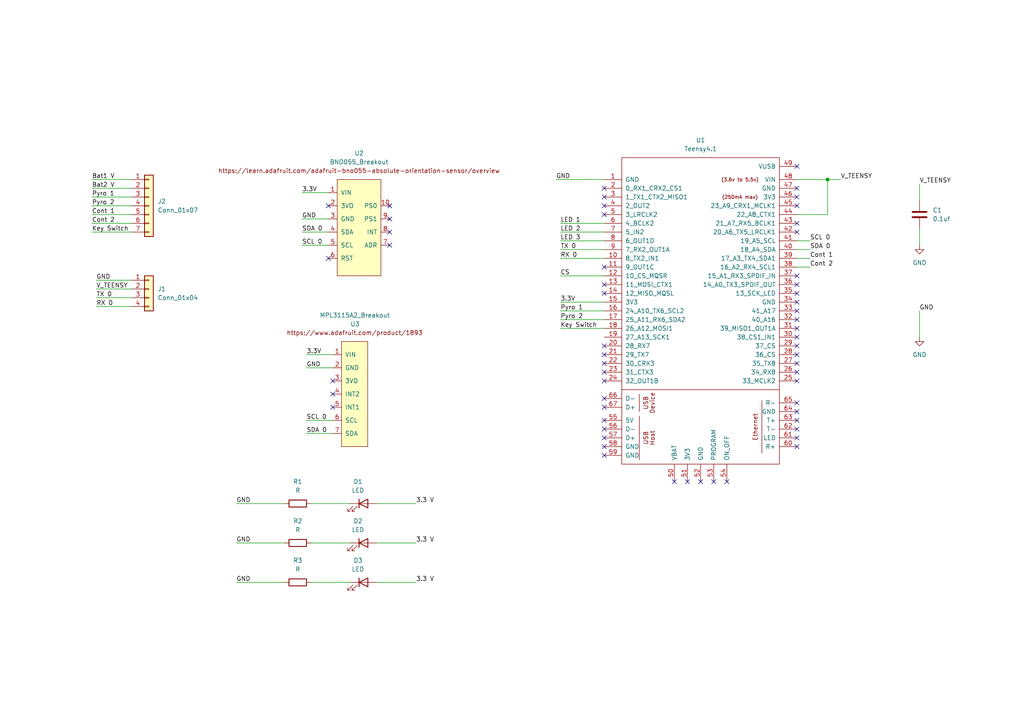
<source format=kicad_sch>
(kicad_sch (version 20211123) (generator eeschema)

  (uuid 7a48c3b0-2761-409e-ae2f-7ebae3820225)

  (paper "A4")

  (lib_symbols
    (symbol "Connector_Generic:Conn_01x04" (pin_names (offset 1.016) hide) (in_bom yes) (on_board yes)
      (property "Reference" "J" (id 0) (at 0 5.08 0)
        (effects (font (size 1.27 1.27)))
      )
      (property "Value" "Conn_01x04" (id 1) (at 0 -7.62 0)
        (effects (font (size 1.27 1.27)))
      )
      (property "Footprint" "" (id 2) (at 0 0 0)
        (effects (font (size 1.27 1.27)) hide)
      )
      (property "Datasheet" "~" (id 3) (at 0 0 0)
        (effects (font (size 1.27 1.27)) hide)
      )
      (property "ki_keywords" "connector" (id 4) (at 0 0 0)
        (effects (font (size 1.27 1.27)) hide)
      )
      (property "ki_description" "Generic connector, single row, 01x04, script generated (kicad-library-utils/schlib/autogen/connector/)" (id 5) (at 0 0 0)
        (effects (font (size 1.27 1.27)) hide)
      )
      (property "ki_fp_filters" "Connector*:*_1x??_*" (id 6) (at 0 0 0)
        (effects (font (size 1.27 1.27)) hide)
      )
      (symbol "Conn_01x04_1_1"
        (rectangle (start -1.27 -4.953) (end 0 -5.207)
          (stroke (width 0.1524) (type default) (color 0 0 0 0))
          (fill (type none))
        )
        (rectangle (start -1.27 -2.413) (end 0 -2.667)
          (stroke (width 0.1524) (type default) (color 0 0 0 0))
          (fill (type none))
        )
        (rectangle (start -1.27 0.127) (end 0 -0.127)
          (stroke (width 0.1524) (type default) (color 0 0 0 0))
          (fill (type none))
        )
        (rectangle (start -1.27 2.667) (end 0 2.413)
          (stroke (width 0.1524) (type default) (color 0 0 0 0))
          (fill (type none))
        )
        (rectangle (start -1.27 3.81) (end 1.27 -6.35)
          (stroke (width 0.254) (type default) (color 0 0 0 0))
          (fill (type background))
        )
        (pin passive line (at -5.08 2.54 0) (length 3.81)
          (name "Pin_1" (effects (font (size 1.27 1.27))))
          (number "1" (effects (font (size 1.27 1.27))))
        )
        (pin passive line (at -5.08 0 0) (length 3.81)
          (name "Pin_2" (effects (font (size 1.27 1.27))))
          (number "2" (effects (font (size 1.27 1.27))))
        )
        (pin passive line (at -5.08 -2.54 0) (length 3.81)
          (name "Pin_3" (effects (font (size 1.27 1.27))))
          (number "3" (effects (font (size 1.27 1.27))))
        )
        (pin passive line (at -5.08 -5.08 0) (length 3.81)
          (name "Pin_4" (effects (font (size 1.27 1.27))))
          (number "4" (effects (font (size 1.27 1.27))))
        )
      )
    )
    (symbol "Connector_Generic:Conn_01x07" (pin_names (offset 1.016) hide) (in_bom yes) (on_board yes)
      (property "Reference" "J" (id 0) (at 0 10.16 0)
        (effects (font (size 1.27 1.27)))
      )
      (property "Value" "Conn_01x07" (id 1) (at 0 -10.16 0)
        (effects (font (size 1.27 1.27)))
      )
      (property "Footprint" "" (id 2) (at 0 0 0)
        (effects (font (size 1.27 1.27)) hide)
      )
      (property "Datasheet" "~" (id 3) (at 0 0 0)
        (effects (font (size 1.27 1.27)) hide)
      )
      (property "ki_keywords" "connector" (id 4) (at 0 0 0)
        (effects (font (size 1.27 1.27)) hide)
      )
      (property "ki_description" "Generic connector, single row, 01x07, script generated (kicad-library-utils/schlib/autogen/connector/)" (id 5) (at 0 0 0)
        (effects (font (size 1.27 1.27)) hide)
      )
      (property "ki_fp_filters" "Connector*:*_1x??_*" (id 6) (at 0 0 0)
        (effects (font (size 1.27 1.27)) hide)
      )
      (symbol "Conn_01x07_1_1"
        (rectangle (start -1.27 -7.493) (end 0 -7.747)
          (stroke (width 0.1524) (type default) (color 0 0 0 0))
          (fill (type none))
        )
        (rectangle (start -1.27 -4.953) (end 0 -5.207)
          (stroke (width 0.1524) (type default) (color 0 0 0 0))
          (fill (type none))
        )
        (rectangle (start -1.27 -2.413) (end 0 -2.667)
          (stroke (width 0.1524) (type default) (color 0 0 0 0))
          (fill (type none))
        )
        (rectangle (start -1.27 0.127) (end 0 -0.127)
          (stroke (width 0.1524) (type default) (color 0 0 0 0))
          (fill (type none))
        )
        (rectangle (start -1.27 2.667) (end 0 2.413)
          (stroke (width 0.1524) (type default) (color 0 0 0 0))
          (fill (type none))
        )
        (rectangle (start -1.27 5.207) (end 0 4.953)
          (stroke (width 0.1524) (type default) (color 0 0 0 0))
          (fill (type none))
        )
        (rectangle (start -1.27 7.747) (end 0 7.493)
          (stroke (width 0.1524) (type default) (color 0 0 0 0))
          (fill (type none))
        )
        (rectangle (start -1.27 8.89) (end 1.27 -8.89)
          (stroke (width 0.254) (type default) (color 0 0 0 0))
          (fill (type background))
        )
        (pin passive line (at -5.08 7.62 0) (length 3.81)
          (name "Pin_1" (effects (font (size 1.27 1.27))))
          (number "1" (effects (font (size 1.27 1.27))))
        )
        (pin passive line (at -5.08 5.08 0) (length 3.81)
          (name "Pin_2" (effects (font (size 1.27 1.27))))
          (number "2" (effects (font (size 1.27 1.27))))
        )
        (pin passive line (at -5.08 2.54 0) (length 3.81)
          (name "Pin_3" (effects (font (size 1.27 1.27))))
          (number "3" (effects (font (size 1.27 1.27))))
        )
        (pin passive line (at -5.08 0 0) (length 3.81)
          (name "Pin_4" (effects (font (size 1.27 1.27))))
          (number "4" (effects (font (size 1.27 1.27))))
        )
        (pin passive line (at -5.08 -2.54 0) (length 3.81)
          (name "Pin_5" (effects (font (size 1.27 1.27))))
          (number "5" (effects (font (size 1.27 1.27))))
        )
        (pin passive line (at -5.08 -5.08 0) (length 3.81)
          (name "Pin_6" (effects (font (size 1.27 1.27))))
          (number "6" (effects (font (size 1.27 1.27))))
        )
        (pin passive line (at -5.08 -7.62 0) (length 3.81)
          (name "Pin_7" (effects (font (size 1.27 1.27))))
          (number "7" (effects (font (size 1.27 1.27))))
        )
      )
    )
    (symbol "Device:C" (pin_numbers hide) (pin_names (offset 0.254)) (in_bom yes) (on_board yes)
      (property "Reference" "C" (id 0) (at 0.635 2.54 0)
        (effects (font (size 1.27 1.27)) (justify left))
      )
      (property "Value" "C" (id 1) (at 0.635 -2.54 0)
        (effects (font (size 1.27 1.27)) (justify left))
      )
      (property "Footprint" "" (id 2) (at 0.9652 -3.81 0)
        (effects (font (size 1.27 1.27)) hide)
      )
      (property "Datasheet" "~" (id 3) (at 0 0 0)
        (effects (font (size 1.27 1.27)) hide)
      )
      (property "ki_keywords" "cap capacitor" (id 4) (at 0 0 0)
        (effects (font (size 1.27 1.27)) hide)
      )
      (property "ki_description" "Unpolarized capacitor" (id 5) (at 0 0 0)
        (effects (font (size 1.27 1.27)) hide)
      )
      (property "ki_fp_filters" "C_*" (id 6) (at 0 0 0)
        (effects (font (size 1.27 1.27)) hide)
      )
      (symbol "C_0_1"
        (polyline
          (pts
            (xy -2.032 -0.762)
            (xy 2.032 -0.762)
          )
          (stroke (width 0.508) (type default) (color 0 0 0 0))
          (fill (type none))
        )
        (polyline
          (pts
            (xy -2.032 0.762)
            (xy 2.032 0.762)
          )
          (stroke (width 0.508) (type default) (color 0 0 0 0))
          (fill (type none))
        )
      )
      (symbol "C_1_1"
        (pin passive line (at 0 3.81 270) (length 2.794)
          (name "~" (effects (font (size 1.27 1.27))))
          (number "1" (effects (font (size 1.27 1.27))))
        )
        (pin passive line (at 0 -3.81 90) (length 2.794)
          (name "~" (effects (font (size 1.27 1.27))))
          (number "2" (effects (font (size 1.27 1.27))))
        )
      )
    )
    (symbol "Device:LED" (pin_numbers hide) (pin_names (offset 1.016) hide) (in_bom yes) (on_board yes)
      (property "Reference" "D" (id 0) (at 0 2.54 0)
        (effects (font (size 1.27 1.27)))
      )
      (property "Value" "LED" (id 1) (at 0 -2.54 0)
        (effects (font (size 1.27 1.27)))
      )
      (property "Footprint" "" (id 2) (at 0 0 0)
        (effects (font (size 1.27 1.27)) hide)
      )
      (property "Datasheet" "~" (id 3) (at 0 0 0)
        (effects (font (size 1.27 1.27)) hide)
      )
      (property "ki_keywords" "LED diode" (id 4) (at 0 0 0)
        (effects (font (size 1.27 1.27)) hide)
      )
      (property "ki_description" "Light emitting diode" (id 5) (at 0 0 0)
        (effects (font (size 1.27 1.27)) hide)
      )
      (property "ki_fp_filters" "LED* LED_SMD:* LED_THT:*" (id 6) (at 0 0 0)
        (effects (font (size 1.27 1.27)) hide)
      )
      (symbol "LED_0_1"
        (polyline
          (pts
            (xy -1.27 -1.27)
            (xy -1.27 1.27)
          )
          (stroke (width 0.254) (type default) (color 0 0 0 0))
          (fill (type none))
        )
        (polyline
          (pts
            (xy -1.27 0)
            (xy 1.27 0)
          )
          (stroke (width 0) (type default) (color 0 0 0 0))
          (fill (type none))
        )
        (polyline
          (pts
            (xy 1.27 -1.27)
            (xy 1.27 1.27)
            (xy -1.27 0)
            (xy 1.27 -1.27)
          )
          (stroke (width 0.254) (type default) (color 0 0 0 0))
          (fill (type none))
        )
        (polyline
          (pts
            (xy -3.048 -0.762)
            (xy -4.572 -2.286)
            (xy -3.81 -2.286)
            (xy -4.572 -2.286)
            (xy -4.572 -1.524)
          )
          (stroke (width 0) (type default) (color 0 0 0 0))
          (fill (type none))
        )
        (polyline
          (pts
            (xy -1.778 -0.762)
            (xy -3.302 -2.286)
            (xy -2.54 -2.286)
            (xy -3.302 -2.286)
            (xy -3.302 -1.524)
          )
          (stroke (width 0) (type default) (color 0 0 0 0))
          (fill (type none))
        )
      )
      (symbol "LED_1_1"
        (pin passive line (at -3.81 0 0) (length 2.54)
          (name "K" (effects (font (size 1.27 1.27))))
          (number "1" (effects (font (size 1.27 1.27))))
        )
        (pin passive line (at 3.81 0 180) (length 2.54)
          (name "A" (effects (font (size 1.27 1.27))))
          (number "2" (effects (font (size 1.27 1.27))))
        )
      )
    )
    (symbol "Device:R" (pin_numbers hide) (pin_names (offset 0)) (in_bom yes) (on_board yes)
      (property "Reference" "R" (id 0) (at 2.032 0 90)
        (effects (font (size 1.27 1.27)))
      )
      (property "Value" "R" (id 1) (at 0 0 90)
        (effects (font (size 1.27 1.27)))
      )
      (property "Footprint" "" (id 2) (at -1.778 0 90)
        (effects (font (size 1.27 1.27)) hide)
      )
      (property "Datasheet" "~" (id 3) (at 0 0 0)
        (effects (font (size 1.27 1.27)) hide)
      )
      (property "ki_keywords" "R res resistor" (id 4) (at 0 0 0)
        (effects (font (size 1.27 1.27)) hide)
      )
      (property "ki_description" "Resistor" (id 5) (at 0 0 0)
        (effects (font (size 1.27 1.27)) hide)
      )
      (property "ki_fp_filters" "R_*" (id 6) (at 0 0 0)
        (effects (font (size 1.27 1.27)) hide)
      )
      (symbol "R_0_1"
        (rectangle (start -1.016 -2.54) (end 1.016 2.54)
          (stroke (width 0.254) (type default) (color 0 0 0 0))
          (fill (type none))
        )
      )
      (symbol "R_1_1"
        (pin passive line (at 0 3.81 270) (length 1.27)
          (name "~" (effects (font (size 1.27 1.27))))
          (number "1" (effects (font (size 1.27 1.27))))
        )
        (pin passive line (at 0 -3.81 90) (length 1.27)
          (name "~" (effects (font (size 1.27 1.27))))
          (number "2" (effects (font (size 1.27 1.27))))
        )
      )
    )
    (symbol "REV2_SPRING_2022-rescue:BNO055_Breakout-Sensors_2021_2022" (pin_names (offset 1.016)) (in_bom yes) (on_board yes)
      (property "Reference" "U" (id 0) (at 0 17.78 0)
        (effects (font (size 1.27 1.27)))
      )
      (property "Value" "BNO055_Breakout-Sensors_2021_2022" (id 1) (at 0 20.32 0)
        (effects (font (size 1.27 1.27)))
      )
      (property "Footprint" "" (id 2) (at 0 17.78 0)
        (effects (font (size 1.27 1.27)) hide)
      )
      (property "Datasheet" "" (id 3) (at 0 17.78 0)
        (effects (font (size 1.27 1.27)) hide)
      )
      (symbol "BNO055_Breakout-Sensors_2021_2022_0_0"
        (text "https://learn.adafruit.com/adafruit-bno055-absolute-orientation-sensor/overview" (at 0 15.24 0)
          (effects (font (size 1.27 1.27)))
        )
      )
      (symbol "BNO055_Breakout-Sensors_2021_2022_1_1"
        (rectangle (start -6.35 12.7) (end 6.35 -15.24)
          (stroke (width 0) (type default) (color 0 0 0 0))
          (fill (type background))
        )
        (pin power_in line (at -8.89 8.89 0) (length 2.54)
          (name "VIN" (effects (font (size 1.27 1.27))))
          (number "1" (effects (font (size 1.27 1.27))))
        )
        (pin no_connect line (at 8.89 5.08 180) (length 2.54)
          (name "PS0" (effects (font (size 1.27 1.27))))
          (number "10" (effects (font (size 1.27 1.27))))
        )
        (pin power_out line (at -8.89 5.08 0) (length 2.54)
          (name "3VO" (effects (font (size 1.27 1.27))))
          (number "2" (effects (font (size 1.27 1.27))))
        )
        (pin power_in line (at -8.89 1.27 0) (length 2.54)
          (name "GND" (effects (font (size 1.27 1.27))))
          (number "3" (effects (font (size 1.27 1.27))))
        )
        (pin input line (at -8.89 -2.54 0) (length 2.54)
          (name "SDA" (effects (font (size 1.27 1.27))))
          (number "4" (effects (font (size 1.27 1.27))))
        )
        (pin input line (at -8.89 -6.35 0) (length 2.54)
          (name "SCL" (effects (font (size 1.27 1.27))))
          (number "5" (effects (font (size 1.27 1.27))))
        )
        (pin bidirectional line (at -8.89 -10.16 0) (length 2.54)
          (name "RST" (effects (font (size 1.27 1.27))))
          (number "6" (effects (font (size 1.27 1.27))))
        )
        (pin bidirectional line (at 8.89 -6.35 180) (length 2.54)
          (name "ADR" (effects (font (size 1.27 1.27))))
          (number "7" (effects (font (size 1.27 1.27))))
        )
        (pin output line (at 8.89 -2.54 180) (length 2.54)
          (name "INT" (effects (font (size 1.27 1.27))))
          (number "8" (effects (font (size 1.27 1.27))))
        )
        (pin no_connect line (at 8.89 1.27 180) (length 2.54)
          (name "PS1" (effects (font (size 1.27 1.27))))
          (number "9" (effects (font (size 1.27 1.27))))
        )
      )
    )
    (symbol "REV2_SPRING_2022-rescue:MPL3115A2_Breakout-Sensors_2021_2022" (pin_names (offset 1.016)) (in_bom yes) (on_board yes)
      (property "Reference" "U" (id 0) (at 0 20.32 0)
        (effects (font (size 1.27 1.27)))
      )
      (property "Value" "MPL3115A2_Breakout-Sensors_2021_2022" (id 1) (at 0 22.86 0)
        (effects (font (size 1.27 1.27)))
      )
      (property "Footprint" "" (id 2) (at 0 11.43 0)
        (effects (font (size 1.27 1.27)) hide)
      )
      (property "Datasheet" "" (id 3) (at 0 11.43 0)
        (effects (font (size 1.27 1.27)) hide)
      )
      (symbol "MPL3115A2_Breakout-Sensors_2021_2022_0_0"
        (text "https://www.adafruit.com/product/1893" (at 0 17.78 0)
          (effects (font (size 1.27 1.27)))
        )
      )
      (symbol "MPL3115A2_Breakout-Sensors_2021_2022_0_1"
        (rectangle (start -3.81 15.24) (end 3.81 -15.24)
          (stroke (width 0) (type default) (color 0 0 0 0))
          (fill (type background))
        )
      )
      (symbol "MPL3115A2_Breakout-Sensors_2021_2022_1_1"
        (pin power_in line (at -6.35 11.43 0) (length 2.54)
          (name "VIN" (effects (font (size 1.27 1.27))))
          (number "1" (effects (font (size 1.27 1.27))))
        )
        (pin power_in line (at -6.35 7.62 0) (length 2.54)
          (name "GND" (effects (font (size 1.27 1.27))))
          (number "2" (effects (font (size 1.27 1.27))))
        )
        (pin power_in line (at -6.35 3.81 0) (length 2.54)
          (name "3VO" (effects (font (size 1.27 1.27))))
          (number "3" (effects (font (size 1.27 1.27))))
        )
        (pin output line (at -6.35 0 0) (length 2.54)
          (name "INT2" (effects (font (size 1.27 1.27))))
          (number "4" (effects (font (size 1.27 1.27))))
        )
        (pin output line (at -6.35 -3.81 0) (length 2.54)
          (name "INT1" (effects (font (size 1.27 1.27))))
          (number "5" (effects (font (size 1.27 1.27))))
        )
        (pin input line (at -6.35 -7.62 0) (length 2.54)
          (name "SCL" (effects (font (size 1.27 1.27))))
          (number "6" (effects (font (size 1.27 1.27))))
        )
        (pin bidirectional line (at -6.35 -11.43 0) (length 2.54)
          (name "SDA" (effects (font (size 1.27 1.27))))
          (number "7" (effects (font (size 1.27 1.27))))
        )
      )
    )
    (symbol "Teensy:Teensy4.1" (pin_names (offset 1.016)) (in_bom yes) (on_board yes)
      (property "Reference" "U" (id 0) (at 0 64.77 0)
        (effects (font (size 1.27 1.27)))
      )
      (property "Value" "Teensy4.1" (id 1) (at 0 62.23 0)
        (effects (font (size 1.27 1.27)))
      )
      (property "Footprint" "" (id 2) (at -10.16 10.16 0)
        (effects (font (size 1.27 1.27)) hide)
      )
      (property "Datasheet" "" (id 3) (at -10.16 10.16 0)
        (effects (font (size 1.27 1.27)) hide)
      )
      (symbol "Teensy4.1_0_0"
        (polyline
          (pts
            (xy -22.86 -6.35)
            (xy 22.86 -6.35)
          )
          (stroke (width 0) (type default) (color 0 0 0 0))
          (fill (type none))
        )
        (polyline
          (pts
            (xy -17.78 -26.67)
            (xy -17.78 -13.97)
          )
          (stroke (width 0) (type default) (color 0 0 0 0))
          (fill (type none))
        )
        (polyline
          (pts
            (xy -17.78 -7.62)
            (xy -17.78 -12.7)
          )
          (stroke (width 0) (type default) (color 0 0 0 0))
          (fill (type none))
        )
        (polyline
          (pts
            (xy 17.78 -9.525)
            (xy 17.78 -24.765)
          )
          (stroke (width 0) (type default) (color 0 0 0 0))
          (fill (type none))
        )
        (text "(250mA max)" (at 11.43 49.53 0)
          (effects (font (size 1.016 1.016)))
        )
        (text "(3.6v to 5.5v)" (at 11.43 54.61 0)
          (effects (font (size 1.016 1.016)))
        )
        (text "Device" (at -13.97 -10.16 900)
          (effects (font (size 1.27 1.27)))
        )
        (text "Ethernet" (at 15.875 -17.145 900)
          (effects (font (size 1.27 1.27)))
        )
        (text "Host" (at -13.97 -20.32 900)
          (effects (font (size 1.27 1.27)))
        )
        (text "USB" (at -15.875 -20.32 900)
          (effects (font (size 1.27 1.27)))
        )
        (text "USB" (at -15.875 -10.16 900)
          (effects (font (size 1.27 1.27)))
        )
        (pin bidirectional line (at -27.94 31.75 0) (length 5.08)
          (name "8_TX2_IN1" (effects (font (size 1.27 1.27))))
          (number "10" (effects (font (size 1.27 1.27))))
        )
        (pin bidirectional line (at -27.94 29.21 0) (length 5.08)
          (name "9_OUT1C" (effects (font (size 1.27 1.27))))
          (number "11" (effects (font (size 1.27 1.27))))
        )
        (pin bidirectional line (at -27.94 26.67 0) (length 5.08)
          (name "10_CS_MQSR" (effects (font (size 1.27 1.27))))
          (number "12" (effects (font (size 1.27 1.27))))
        )
        (pin bidirectional line (at -27.94 24.13 0) (length 5.08)
          (name "11_MOSI_CTX1" (effects (font (size 1.27 1.27))))
          (number "13" (effects (font (size 1.27 1.27))))
        )
        (pin bidirectional line (at -27.94 21.59 0) (length 5.08)
          (name "12_MISO_MQSL" (effects (font (size 1.27 1.27))))
          (number "14" (effects (font (size 1.27 1.27))))
        )
        (pin power_in line (at -27.94 19.05 0) (length 5.08)
          (name "3V3" (effects (font (size 1.27 1.27))))
          (number "15" (effects (font (size 1.27 1.27))))
        )
        (pin bidirectional line (at -27.94 16.51 0) (length 5.08)
          (name "24_A10_TX6_SCL2" (effects (font (size 1.27 1.27))))
          (number "16" (effects (font (size 1.27 1.27))))
        )
        (pin bidirectional line (at -27.94 13.97 0) (length 5.08)
          (name "25_A11_RX6_SDA2" (effects (font (size 1.27 1.27))))
          (number "17" (effects (font (size 1.27 1.27))))
        )
        (pin bidirectional line (at -27.94 11.43 0) (length 5.08)
          (name "26_A12_MOSI1" (effects (font (size 1.27 1.27))))
          (number "18" (effects (font (size 1.27 1.27))))
        )
        (pin bidirectional line (at -27.94 8.89 0) (length 5.08)
          (name "27_A13_SCK1" (effects (font (size 1.27 1.27))))
          (number "19" (effects (font (size 1.27 1.27))))
        )
        (pin bidirectional line (at -27.94 6.35 0) (length 5.08)
          (name "28_RX7" (effects (font (size 1.27 1.27))))
          (number "20" (effects (font (size 1.27 1.27))))
        )
        (pin bidirectional line (at -27.94 3.81 0) (length 5.08)
          (name "29_TX7" (effects (font (size 1.27 1.27))))
          (number "21" (effects (font (size 1.27 1.27))))
        )
        (pin bidirectional line (at -27.94 1.27 0) (length 5.08)
          (name "30_CRX3" (effects (font (size 1.27 1.27))))
          (number "22" (effects (font (size 1.27 1.27))))
        )
        (pin bidirectional line (at -27.94 -1.27 0) (length 5.08)
          (name "31_CTX3" (effects (font (size 1.27 1.27))))
          (number "23" (effects (font (size 1.27 1.27))))
        )
        (pin bidirectional line (at -27.94 -3.81 0) (length 5.08)
          (name "32_OUT1B" (effects (font (size 1.27 1.27))))
          (number "24" (effects (font (size 1.27 1.27))))
        )
        (pin bidirectional line (at 27.94 -3.81 180) (length 5.08)
          (name "33_MCLK2" (effects (font (size 1.27 1.27))))
          (number "25" (effects (font (size 1.27 1.27))))
        )
        (pin bidirectional line (at 27.94 -1.27 180) (length 5.08)
          (name "34_RX8" (effects (font (size 1.27 1.27))))
          (number "26" (effects (font (size 1.27 1.27))))
        )
        (pin bidirectional line (at 27.94 1.27 180) (length 5.08)
          (name "35_TX8" (effects (font (size 1.27 1.27))))
          (number "27" (effects (font (size 1.27 1.27))))
        )
        (pin bidirectional line (at 27.94 3.81 180) (length 5.08)
          (name "36_CS" (effects (font (size 1.27 1.27))))
          (number "28" (effects (font (size 1.27 1.27))))
        )
        (pin bidirectional line (at 27.94 6.35 180) (length 5.08)
          (name "37_CS" (effects (font (size 1.27 1.27))))
          (number "29" (effects (font (size 1.27 1.27))))
        )
        (pin bidirectional line (at 27.94 8.89 180) (length 5.08)
          (name "38_CS1_IN1" (effects (font (size 1.27 1.27))))
          (number "30" (effects (font (size 1.27 1.27))))
        )
        (pin bidirectional line (at 27.94 11.43 180) (length 5.08)
          (name "39_MISO1_OUT1A" (effects (font (size 1.27 1.27))))
          (number "31" (effects (font (size 1.27 1.27))))
        )
        (pin bidirectional line (at 27.94 13.97 180) (length 5.08)
          (name "40_A16" (effects (font (size 1.27 1.27))))
          (number "32" (effects (font (size 1.27 1.27))))
        )
        (pin bidirectional line (at 27.94 16.51 180) (length 5.08)
          (name "41_A17" (effects (font (size 1.27 1.27))))
          (number "33" (effects (font (size 1.27 1.27))))
        )
        (pin bidirectional line (at 27.94 21.59 180) (length 5.08)
          (name "13_SCK_LED" (effects (font (size 1.27 1.27))))
          (number "35" (effects (font (size 1.27 1.27))))
        )
        (pin bidirectional line (at 27.94 24.13 180) (length 5.08)
          (name "14_A0_TX3_SPDIF_OUT" (effects (font (size 1.27 1.27))))
          (number "36" (effects (font (size 1.27 1.27))))
        )
        (pin bidirectional line (at 27.94 26.67 180) (length 5.08)
          (name "15_A1_RX3_SPDIF_IN" (effects (font (size 1.27 1.27))))
          (number "37" (effects (font (size 1.27 1.27))))
        )
        (pin bidirectional line (at 27.94 29.21 180) (length 5.08)
          (name "16_A2_RX4_SCL1" (effects (font (size 1.27 1.27))))
          (number "38" (effects (font (size 1.27 1.27))))
        )
        (pin bidirectional line (at 27.94 31.75 180) (length 5.08)
          (name "17_A3_TX4_SDA1" (effects (font (size 1.27 1.27))))
          (number "39" (effects (font (size 1.27 1.27))))
        )
        (pin bidirectional line (at 27.94 34.29 180) (length 5.08)
          (name "18_A4_SDA" (effects (font (size 1.27 1.27))))
          (number "40" (effects (font (size 1.27 1.27))))
        )
        (pin bidirectional line (at 27.94 36.83 180) (length 5.08)
          (name "19_A5_SCL" (effects (font (size 1.27 1.27))))
          (number "41" (effects (font (size 1.27 1.27))))
        )
        (pin bidirectional line (at 27.94 39.37 180) (length 5.08)
          (name "20_A6_TX5_LRCLK1" (effects (font (size 1.27 1.27))))
          (number "42" (effects (font (size 1.27 1.27))))
        )
        (pin bidirectional line (at 27.94 41.91 180) (length 5.08)
          (name "21_A7_RX5_BCLK1" (effects (font (size 1.27 1.27))))
          (number "43" (effects (font (size 1.27 1.27))))
        )
        (pin bidirectional line (at 27.94 44.45 180) (length 5.08)
          (name "22_A8_CTX1" (effects (font (size 1.27 1.27))))
          (number "44" (effects (font (size 1.27 1.27))))
        )
        (pin bidirectional line (at 27.94 46.99 180) (length 5.08)
          (name "23_A9_CRX1_MCLK1" (effects (font (size 1.27 1.27))))
          (number "45" (effects (font (size 1.27 1.27))))
        )
        (pin output line (at 27.94 49.53 180) (length 5.08)
          (name "3V3" (effects (font (size 1.27 1.27))))
          (number "46" (effects (font (size 1.27 1.27))))
        )
        (pin output line (at 27.94 52.07 180) (length 5.08)
          (name "GND" (effects (font (size 1.27 1.27))))
          (number "47" (effects (font (size 1.27 1.27))))
        )
        (pin power_in line (at 27.94 54.61 180) (length 5.08)
          (name "VIN" (effects (font (size 1.27 1.27))))
          (number "48" (effects (font (size 1.27 1.27))))
        )
        (pin power_out line (at 27.94 58.42 180) (length 5.08)
          (name "VUSB" (effects (font (size 1.27 1.27))))
          (number "49" (effects (font (size 1.27 1.27))))
        )
        (pin bidirectional line (at -27.94 44.45 0) (length 5.08)
          (name "3_LRCLK2" (effects (font (size 1.27 1.27))))
          (number "5" (effects (font (size 1.27 1.27))))
        )
        (pin power_in line (at -7.62 -33.02 90) (length 5.08)
          (name "VBAT" (effects (font (size 1.27 1.27))))
          (number "50" (effects (font (size 1.27 1.27))))
        )
        (pin power_in line (at -3.81 -33.02 90) (length 5.08)
          (name "3V3" (effects (font (size 1.27 1.27))))
          (number "51" (effects (font (size 1.27 1.27))))
        )
        (pin input line (at 0 -33.02 90) (length 5.08)
          (name "GND" (effects (font (size 1.27 1.27))))
          (number "52" (effects (font (size 1.27 1.27))))
        )
        (pin input line (at 3.81 -33.02 90) (length 5.08)
          (name "PROGRAM" (effects (font (size 1.27 1.27))))
          (number "53" (effects (font (size 1.27 1.27))))
        )
        (pin input line (at 7.62 -33.02 90) (length 5.08)
          (name "ON_OFF" (effects (font (size 1.27 1.27))))
          (number "54" (effects (font (size 1.27 1.27))))
        )
        (pin power_out line (at -27.94 -15.24 0) (length 5.08)
          (name "5V" (effects (font (size 1.27 1.27))))
          (number "55" (effects (font (size 1.27 1.27))))
        )
        (pin bidirectional line (at -27.94 -17.78 0) (length 5.08)
          (name "D-" (effects (font (size 1.27 1.27))))
          (number "56" (effects (font (size 1.27 1.27))))
        )
        (pin bidirectional line (at -27.94 -20.32 0) (length 5.08)
          (name "D+" (effects (font (size 1.27 1.27))))
          (number "57" (effects (font (size 1.27 1.27))))
        )
        (pin power_in line (at -27.94 -22.86 0) (length 5.08)
          (name "GND" (effects (font (size 1.27 1.27))))
          (number "58" (effects (font (size 1.27 1.27))))
        )
        (pin power_in line (at -27.94 -25.4 0) (length 5.08)
          (name "GND" (effects (font (size 1.27 1.27))))
          (number "59" (effects (font (size 1.27 1.27))))
        )
        (pin bidirectional line (at -27.94 41.91 0) (length 5.08)
          (name "4_BCLK2" (effects (font (size 1.27 1.27))))
          (number "6" (effects (font (size 1.27 1.27))))
        )
        (pin bidirectional line (at 27.94 -22.86 180) (length 5.08)
          (name "R+" (effects (font (size 1.27 1.27))))
          (number "60" (effects (font (size 1.27 1.27))))
        )
        (pin bidirectional line (at 27.94 -20.32 180) (length 5.08)
          (name "LED" (effects (font (size 1.27 1.27))))
          (number "61" (effects (font (size 1.27 1.27))))
        )
        (pin bidirectional line (at 27.94 -17.78 180) (length 5.08)
          (name "T-" (effects (font (size 1.27 1.27))))
          (number "62" (effects (font (size 1.27 1.27))))
        )
        (pin bidirectional line (at 27.94 -15.24 180) (length 5.08)
          (name "T+" (effects (font (size 1.27 1.27))))
          (number "63" (effects (font (size 1.27 1.27))))
        )
        (pin power_in line (at 27.94 -12.7 180) (length 5.08)
          (name "GND" (effects (font (size 1.27 1.27))))
          (number "64" (effects (font (size 1.27 1.27))))
        )
        (pin bidirectional line (at 27.94 -10.16 180) (length 5.08)
          (name "R-" (effects (font (size 1.27 1.27))))
          (number "65" (effects (font (size 1.27 1.27))))
        )
        (pin bidirectional line (at -27.94 -8.89 0) (length 5.08)
          (name "D-" (effects (font (size 1.27 1.27))))
          (number "66" (effects (font (size 1.27 1.27))))
        )
        (pin bidirectional line (at -27.94 -11.43 0) (length 5.08)
          (name "D+" (effects (font (size 1.27 1.27))))
          (number "67" (effects (font (size 1.27 1.27))))
        )
        (pin bidirectional line (at -27.94 39.37 0) (length 5.08)
          (name "5_IN2" (effects (font (size 1.27 1.27))))
          (number "7" (effects (font (size 1.27 1.27))))
        )
        (pin bidirectional line (at -27.94 36.83 0) (length 5.08)
          (name "6_OUT1D" (effects (font (size 1.27 1.27))))
          (number "8" (effects (font (size 1.27 1.27))))
        )
        (pin bidirectional line (at -27.94 34.29 0) (length 5.08)
          (name "7_RX2_OUT1A" (effects (font (size 1.27 1.27))))
          (number "9" (effects (font (size 1.27 1.27))))
        )
      )
      (symbol "Teensy4.1_0_1"
        (rectangle (start -22.86 60.96) (end 22.86 -27.94)
          (stroke (width 0) (type default) (color 0 0 0 0))
          (fill (type none))
        )
        (rectangle (start -20.32 -1.27) (end -20.32 -1.27)
          (stroke (width 0) (type default) (color 0 0 0 0))
          (fill (type none))
        )
      )
      (symbol "Teensy4.1_1_1"
        (pin power_in line (at -27.94 54.61 0) (length 5.08)
          (name "GND" (effects (font (size 1.27 1.27))))
          (number "1" (effects (font (size 1.27 1.27))))
        )
        (pin bidirectional line (at -27.94 52.07 0) (length 5.08)
          (name "0_RX1_CRX2_CS1" (effects (font (size 1.27 1.27))))
          (number "2" (effects (font (size 1.27 1.27))))
        )
        (pin bidirectional line (at -27.94 49.53 0) (length 5.08)
          (name "1_TX1_CTX2_MISO1" (effects (font (size 1.27 1.27))))
          (number "3" (effects (font (size 1.27 1.27))))
        )
        (pin power_in line (at 27.94 19.05 180) (length 5.08)
          (name "GND" (effects (font (size 1.27 1.27))))
          (number "34" (effects (font (size 1.27 1.27))))
        )
        (pin bidirectional line (at -27.94 46.99 0) (length 5.08)
          (name "2_OUT2" (effects (font (size 1.27 1.27))))
          (number "4" (effects (font (size 1.27 1.27))))
        )
      )
    )
    (symbol "power:GND" (power) (pin_names (offset 0)) (in_bom yes) (on_board yes)
      (property "Reference" "#PWR" (id 0) (at 0 -6.35 0)
        (effects (font (size 1.27 1.27)) hide)
      )
      (property "Value" "GND" (id 1) (at 0 -3.81 0)
        (effects (font (size 1.27 1.27)))
      )
      (property "Footprint" "" (id 2) (at 0 0 0)
        (effects (font (size 1.27 1.27)) hide)
      )
      (property "Datasheet" "" (id 3) (at 0 0 0)
        (effects (font (size 1.27 1.27)) hide)
      )
      (property "ki_keywords" "power-flag" (id 4) (at 0 0 0)
        (effects (font (size 1.27 1.27)) hide)
      )
      (property "ki_description" "Power symbol creates a global label with name \"GND\" , ground" (id 5) (at 0 0 0)
        (effects (font (size 1.27 1.27)) hide)
      )
      (symbol "GND_0_1"
        (polyline
          (pts
            (xy 0 0)
            (xy 0 -1.27)
            (xy 1.27 -1.27)
            (xy 0 -2.54)
            (xy -1.27 -1.27)
            (xy 0 -1.27)
          )
          (stroke (width 0) (type default) (color 0 0 0 0))
          (fill (type none))
        )
      )
      (symbol "GND_1_1"
        (pin power_in line (at 0 0 270) (length 0) hide
          (name "GND" (effects (font (size 1.27 1.27))))
          (number "1" (effects (font (size 1.27 1.27))))
        )
      )
    )
  )

  (junction (at 240.03 52.07) (diameter 0) (color 0 0 0 0)
    (uuid 5682cf4b-4224-4d37-86c8-83ef98705ed1)
  )

  (no_connect (at 96.52 118.11) (uuid 0e2b88b8-1222-4937-88e6-433f827fbd15))
  (no_connect (at 96.52 114.3) (uuid 0e73f4ee-f600-4c6e-9381-254e694df328))
  (no_connect (at 96.52 110.49) (uuid 1049feeb-15be-49fd-b667-1182d76e0afd))
  (no_connect (at 113.03 63.5) (uuid 28512f3b-5c1f-4991-a629-39ad643dbe57))
  (no_connect (at 231.14 59.69) (uuid 38935fbd-0d67-4880-b235-2481521aa9c4))
  (no_connect (at 231.14 57.15) (uuid 38935fbd-0d67-4880-b235-2481521aa9c5))
  (no_connect (at 231.14 54.61) (uuid 38935fbd-0d67-4880-b235-2481521aa9c6))
  (no_connect (at 175.26 54.61) (uuid 38935fbd-0d67-4880-b235-2481521aa9c7))
  (no_connect (at 175.26 57.15) (uuid 38935fbd-0d67-4880-b235-2481521aa9c8))
  (no_connect (at 175.26 59.69) (uuid 38935fbd-0d67-4880-b235-2481521aa9c9))
  (no_connect (at 231.14 67.31) (uuid 38935fbd-0d67-4880-b235-2481521aa9cc))
  (no_connect (at 231.14 64.77) (uuid 38935fbd-0d67-4880-b235-2481521aa9cd))
  (no_connect (at 175.26 77.47) (uuid 38935fbd-0d67-4880-b235-2481521aa9cf))
  (no_connect (at 231.14 87.63) (uuid 38935fbd-0d67-4880-b235-2481521aa9d0))
  (no_connect (at 231.14 85.09) (uuid 38935fbd-0d67-4880-b235-2481521aa9d1))
  (no_connect (at 231.14 82.55) (uuid 38935fbd-0d67-4880-b235-2481521aa9d2))
  (no_connect (at 231.14 80.01) (uuid 38935fbd-0d67-4880-b235-2481521aa9d3))
  (no_connect (at 175.26 100.33) (uuid 38935fbd-0d67-4880-b235-2481521aa9d4))
  (no_connect (at 175.26 102.87) (uuid 38935fbd-0d67-4880-b235-2481521aa9d5))
  (no_connect (at 175.26 105.41) (uuid 38935fbd-0d67-4880-b235-2481521aa9d6))
  (no_connect (at 175.26 107.95) (uuid 38935fbd-0d67-4880-b235-2481521aa9d7))
  (no_connect (at 175.26 110.49) (uuid 38935fbd-0d67-4880-b235-2481521aa9d8))
  (no_connect (at 175.26 115.57) (uuid 38935fbd-0d67-4880-b235-2481521aa9d9))
  (no_connect (at 175.26 118.11) (uuid 38935fbd-0d67-4880-b235-2481521aa9da))
  (no_connect (at 175.26 121.92) (uuid 38935fbd-0d67-4880-b235-2481521aa9db))
  (no_connect (at 175.26 124.46) (uuid 38935fbd-0d67-4880-b235-2481521aa9dc))
  (no_connect (at 175.26 127) (uuid 38935fbd-0d67-4880-b235-2481521aa9dd))
  (no_connect (at 175.26 129.54) (uuid 38935fbd-0d67-4880-b235-2481521aa9de))
  (no_connect (at 175.26 132.08) (uuid 38935fbd-0d67-4880-b235-2481521aa9df))
  (no_connect (at 195.58 139.7) (uuid 38935fbd-0d67-4880-b235-2481521aa9e0))
  (no_connect (at 199.39 139.7) (uuid 38935fbd-0d67-4880-b235-2481521aa9e1))
  (no_connect (at 203.2 139.7) (uuid 38935fbd-0d67-4880-b235-2481521aa9e2))
  (no_connect (at 207.01 139.7) (uuid 38935fbd-0d67-4880-b235-2481521aa9e3))
  (no_connect (at 210.82 139.7) (uuid 38935fbd-0d67-4880-b235-2481521aa9e4))
  (no_connect (at 231.14 129.54) (uuid 38935fbd-0d67-4880-b235-2481521aa9e5))
  (no_connect (at 231.14 127) (uuid 38935fbd-0d67-4880-b235-2481521aa9e6))
  (no_connect (at 231.14 124.46) (uuid 38935fbd-0d67-4880-b235-2481521aa9e7))
  (no_connect (at 231.14 121.92) (uuid 38935fbd-0d67-4880-b235-2481521aa9e8))
  (no_connect (at 231.14 119.38) (uuid 38935fbd-0d67-4880-b235-2481521aa9e9))
  (no_connect (at 231.14 116.84) (uuid 38935fbd-0d67-4880-b235-2481521aa9ea))
  (no_connect (at 231.14 110.49) (uuid 38935fbd-0d67-4880-b235-2481521aa9eb))
  (no_connect (at 231.14 107.95) (uuid 38935fbd-0d67-4880-b235-2481521aa9ec))
  (no_connect (at 231.14 105.41) (uuid 38935fbd-0d67-4880-b235-2481521aa9ed))
  (no_connect (at 231.14 102.87) (uuid 38935fbd-0d67-4880-b235-2481521aa9ee))
  (no_connect (at 231.14 100.33) (uuid 38935fbd-0d67-4880-b235-2481521aa9ef))
  (no_connect (at 231.14 97.79) (uuid 38935fbd-0d67-4880-b235-2481521aa9f0))
  (no_connect (at 231.14 95.25) (uuid 38935fbd-0d67-4880-b235-2481521aa9f1))
  (no_connect (at 231.14 92.71) (uuid 38935fbd-0d67-4880-b235-2481521aa9f2))
  (no_connect (at 231.14 90.17) (uuid 38935fbd-0d67-4880-b235-2481521aa9f3))
  (no_connect (at 113.03 67.31) (uuid 49047c0f-b76b-4753-b4d9-922847150969))
  (no_connect (at 95.25 59.69) (uuid 6397400b-2f02-4cd1-8577-2f2e66b9c7f8))
  (no_connect (at 113.03 59.69) (uuid 7f083d3b-7998-4c1b-afe4-6ca8bf409b78))
  (no_connect (at 175.26 62.23) (uuid 84e45379-da16-478f-b144-4ee7fc60b769))
  (no_connect (at 175.26 85.09) (uuid 997550c5-ffb5-4c18-ace0-5c2cfbca11b9))
  (no_connect (at 175.26 82.55) (uuid 997550c5-ffb5-4c18-ace0-5c2cfbca11b9))
  (no_connect (at 113.03 71.12) (uuid cd8243dc-1321-4cd9-8bfb-84ffedc00e10))
  (no_connect (at 95.25 74.93) (uuid e3ff0f81-3d99-4687-a725-8d32b7b5cfe4))
  (no_connect (at 231.14 48.26) (uuid f6f0c058-411d-483c-a013-b358cfb079ea))

  (wire (pts (xy 27.94 81.28) (xy 38.1 81.28))
    (stroke (width 0) (type default) (color 0 0 0 0))
    (uuid 00dd455a-3c4e-481f-b60e-349d7af500cb)
  )
  (wire (pts (xy 68.58 168.91) (xy 82.55 168.91))
    (stroke (width 0) (type default) (color 0 0 0 0))
    (uuid 02b14a4c-b0fe-4e54-bdba-cc61b9dfec19)
  )
  (wire (pts (xy 88.9 121.92) (xy 96.52 121.92))
    (stroke (width 0) (type default) (color 0 0 0 0))
    (uuid 0a0c63cb-ed2b-4c29-9f89-80095358b4f3)
  )
  (wire (pts (xy 26.67 57.15) (xy 38.1 57.15))
    (stroke (width 0) (type default) (color 0 0 0 0))
    (uuid 12175234-2420-4c55-ae57-6da52f86dfcd)
  )
  (wire (pts (xy 266.7 66.04) (xy 266.7 71.12))
    (stroke (width 0) (type default) (color 0 0 0 0))
    (uuid 1b1dcbc4-6ea9-4958-844b-77b2b7329a7d)
  )
  (wire (pts (xy 26.67 64.77) (xy 38.1 64.77))
    (stroke (width 0) (type default) (color 0 0 0 0))
    (uuid 1d1d3cce-6664-425f-bba7-88f7cd37b448)
  )
  (wire (pts (xy 162.56 72.39) (xy 175.26 72.39))
    (stroke (width 0) (type default) (color 0 0 0 0))
    (uuid 21adaa6f-9aeb-49f5-88ce-d59cc9e6a6e7)
  )
  (wire (pts (xy 162.56 90.17) (xy 175.26 90.17))
    (stroke (width 0) (type default) (color 0 0 0 0))
    (uuid 30b1c9e9-fcda-48d1-ba1b-59af86dc25a4)
  )
  (wire (pts (xy 68.58 157.48) (xy 82.55 157.48))
    (stroke (width 0) (type default) (color 0 0 0 0))
    (uuid 3539db6d-4ff0-4d0a-b7b4-677b6de9c153)
  )
  (wire (pts (xy 90.17 146.05) (xy 101.6 146.05))
    (stroke (width 0) (type default) (color 0 0 0 0))
    (uuid 3577eccf-d8ca-40ed-861d-3ea201f37729)
  )
  (wire (pts (xy 266.7 90.17) (xy 266.7 97.79))
    (stroke (width 0) (type default) (color 0 0 0 0))
    (uuid 39ff9008-a026-4f52-9ec2-71e17573d2f5)
  )
  (wire (pts (xy 26.67 67.31) (xy 38.1 67.31))
    (stroke (width 0) (type default) (color 0 0 0 0))
    (uuid 403c77db-06db-4699-929d-7fad33331b70)
  )
  (wire (pts (xy 109.22 157.48) (xy 120.65 157.48))
    (stroke (width 0) (type default) (color 0 0 0 0))
    (uuid 44191a16-4b0a-46c7-ab5d-29a3d5da0df6)
  )
  (wire (pts (xy 161.29 52.07) (xy 175.26 52.07))
    (stroke (width 0) (type default) (color 0 0 0 0))
    (uuid 4709bd20-7cbc-4137-94a6-f48e07d3d79e)
  )
  (wire (pts (xy 231.14 72.39) (xy 234.95 72.39))
    (stroke (width 0) (type default) (color 0 0 0 0))
    (uuid 4c79f53b-1da9-4168-85e1-0e7088f4e58d)
  )
  (wire (pts (xy 26.67 54.61) (xy 38.1 54.61))
    (stroke (width 0) (type default) (color 0 0 0 0))
    (uuid 4d856d2e-b263-4b67-a15a-cd1a6dd8e60f)
  )
  (wire (pts (xy 26.67 59.69) (xy 38.1 59.69))
    (stroke (width 0) (type default) (color 0 0 0 0))
    (uuid 625d8709-d787-4e9f-9599-b5448e5ce43f)
  )
  (wire (pts (xy 26.67 62.23) (xy 38.1 62.23))
    (stroke (width 0) (type default) (color 0 0 0 0))
    (uuid 6380d2b8-22ed-43db-a841-3da20fef17da)
  )
  (wire (pts (xy 231.14 62.23) (xy 240.03 62.23))
    (stroke (width 0) (type default) (color 0 0 0 0))
    (uuid 7a4d3494-2bb3-493a-a012-4efe3fffa66a)
  )
  (wire (pts (xy 68.58 146.05) (xy 82.55 146.05))
    (stroke (width 0) (type default) (color 0 0 0 0))
    (uuid 7aa8555f-5318-4368-8d23-9033e1348a14)
  )
  (wire (pts (xy 95.25 55.88) (xy 87.63 55.88))
    (stroke (width 0) (type default) (color 0 0 0 0))
    (uuid 86b52327-48db-46e7-b787-f2ef019c097b)
  )
  (wire (pts (xy 162.56 92.71) (xy 175.26 92.71))
    (stroke (width 0) (type default) (color 0 0 0 0))
    (uuid 880d11c5-7074-4775-94aa-384dde8187ee)
  )
  (wire (pts (xy 96.52 125.73) (xy 88.9 125.73))
    (stroke (width 0) (type default) (color 0 0 0 0))
    (uuid 8c7d028c-09d8-45c4-acfa-7aad47cc3fb2)
  )
  (wire (pts (xy 162.56 80.01) (xy 175.26 80.01))
    (stroke (width 0) (type default) (color 0 0 0 0))
    (uuid 8dfd0f74-3a59-4e7c-b412-d9e15a167c62)
  )
  (wire (pts (xy 90.17 168.91) (xy 101.6 168.91))
    (stroke (width 0) (type default) (color 0 0 0 0))
    (uuid 9264c08a-36ed-46ac-9d7c-e08e813447b8)
  )
  (wire (pts (xy 162.56 67.31) (xy 175.26 67.31))
    (stroke (width 0) (type default) (color 0 0 0 0))
    (uuid 9ae27821-ffc5-4267-abca-b5b9bf883eb6)
  )
  (wire (pts (xy 87.63 71.12) (xy 95.25 71.12))
    (stroke (width 0) (type default) (color 0 0 0 0))
    (uuid 9b16428f-b1bd-45fe-9e0b-04f9db218d63)
  )
  (wire (pts (xy 162.56 64.77) (xy 175.26 64.77))
    (stroke (width 0) (type default) (color 0 0 0 0))
    (uuid 9bee2d27-4cc5-43c5-a27a-5977fa969a1d)
  )
  (wire (pts (xy 162.56 87.63) (xy 175.26 87.63))
    (stroke (width 0) (type default) (color 0 0 0 0))
    (uuid 9fda23ac-1915-4cc5-9a9a-c749705bcb0a)
  )
  (wire (pts (xy 231.14 69.85) (xy 234.95 69.85))
    (stroke (width 0) (type default) (color 0 0 0 0))
    (uuid a033983d-08cc-446b-b808-9a9af16b6ab3)
  )
  (wire (pts (xy 266.7 53.34) (xy 266.7 58.42))
    (stroke (width 0) (type default) (color 0 0 0 0))
    (uuid a26127a2-a0d4-4c3c-88f6-ab75992b6656)
  )
  (wire (pts (xy 109.22 146.05) (xy 120.65 146.05))
    (stroke (width 0) (type default) (color 0 0 0 0))
    (uuid a2c2ebd8-5d14-4a4c-8a6d-d6ae05888894)
  )
  (wire (pts (xy 231.14 74.93) (xy 234.95 74.93))
    (stroke (width 0) (type default) (color 0 0 0 0))
    (uuid a5695a1d-8717-4738-872e-a8e7b743df67)
  )
  (wire (pts (xy 27.94 86.36) (xy 38.1 86.36))
    (stroke (width 0) (type default) (color 0 0 0 0))
    (uuid a7e82c08-be69-45dc-8fe2-19629907639c)
  )
  (wire (pts (xy 240.03 52.07) (xy 243.84 52.07))
    (stroke (width 0) (type default) (color 0 0 0 0))
    (uuid b52853e7-22b0-49ae-a820-f2d043361dad)
  )
  (wire (pts (xy 231.14 77.47) (xy 234.95 77.47))
    (stroke (width 0) (type default) (color 0 0 0 0))
    (uuid b8eeba6f-376d-471d-8064-3778f5f79982)
  )
  (wire (pts (xy 96.52 106.68) (xy 88.9 106.68))
    (stroke (width 0) (type default) (color 0 0 0 0))
    (uuid bad4eab9-c833-46a7-9487-f381c5952a2e)
  )
  (wire (pts (xy 109.22 168.91) (xy 120.65 168.91))
    (stroke (width 0) (type default) (color 0 0 0 0))
    (uuid c0469b9d-da4e-4c3c-b773-43618e8b36f4)
  )
  (wire (pts (xy 231.14 52.07) (xy 240.03 52.07))
    (stroke (width 0) (type default) (color 0 0 0 0))
    (uuid c66cb160-140b-4d8d-bb09-ca02e870bab0)
  )
  (wire (pts (xy 90.17 157.48) (xy 101.6 157.48))
    (stroke (width 0) (type default) (color 0 0 0 0))
    (uuid cea147b3-ec36-48eb-a207-263a9667545f)
  )
  (wire (pts (xy 88.9 102.87) (xy 96.52 102.87))
    (stroke (width 0) (type default) (color 0 0 0 0))
    (uuid d0dece7a-055a-401f-b2b9-d1e325af21f3)
  )
  (wire (pts (xy 95.25 63.5) (xy 87.63 63.5))
    (stroke (width 0) (type default) (color 0 0 0 0))
    (uuid d7f8e229-5936-4270-9c00-02b389140302)
  )
  (wire (pts (xy 162.56 74.93) (xy 175.26 74.93))
    (stroke (width 0) (type default) (color 0 0 0 0))
    (uuid df8a8ac4-3f12-4a14-a887-81b52bcbaa70)
  )
  (wire (pts (xy 26.67 52.07) (xy 38.1 52.07))
    (stroke (width 0) (type default) (color 0 0 0 0))
    (uuid e26dc5c2-bbfa-435f-a279-f882f98b4a96)
  )
  (wire (pts (xy 27.94 83.82) (xy 38.1 83.82))
    (stroke (width 0) (type default) (color 0 0 0 0))
    (uuid e574c49e-0cc0-4dce-bff2-37934fddc0c5)
  )
  (wire (pts (xy 240.03 52.07) (xy 240.03 62.23))
    (stroke (width 0) (type default) (color 0 0 0 0))
    (uuid eb66ce8c-4124-4074-ba70-e038dd2976d8)
  )
  (wire (pts (xy 162.56 69.85) (xy 175.26 69.85))
    (stroke (width 0) (type default) (color 0 0 0 0))
    (uuid efe83d2d-edf1-4eab-b77d-87bbf23bdee1)
  )
  (wire (pts (xy 95.25 67.31) (xy 87.63 67.31))
    (stroke (width 0) (type default) (color 0 0 0 0))
    (uuid f4f90592-cf79-48c6-b88d-ef0f978387af)
  )
  (wire (pts (xy 27.94 88.9) (xy 38.1 88.9))
    (stroke (width 0) (type default) (color 0 0 0 0))
    (uuid fbe2a3f9-c506-45f0-bf79-8e62ae19b687)
  )
  (wire (pts (xy 162.56 95.25) (xy 175.26 95.25))
    (stroke (width 0) (type default) (color 0 0 0 0))
    (uuid fd90b8c2-9812-45fe-a0c2-7e50d4646e92)
  )

  (label "3.3V" (at 87.63 55.88 0)
    (effects (font (size 1.27 1.27)) (justify left bottom))
    (uuid 06ab4f4d-c411-4016-a28c-b334be1f6507)
  )
  (label "V_TEENSY" (at 243.84 52.07 0)
    (effects (font (size 1.27 1.27)) (justify left bottom))
    (uuid 070d0ef6-7d8e-482a-ba67-fb322c58d08b)
  )
  (label "RX 0" (at 162.56 74.93 0)
    (effects (font (size 1.27 1.27)) (justify left bottom))
    (uuid 07e4008b-be66-47b9-85f8-b43905cbfd04)
  )
  (label "LED 1" (at 162.56 64.77 0)
    (effects (font (size 1.27 1.27)) (justify left bottom))
    (uuid 122626c0-e235-4c24-a9e9-0c1aa8e4921c)
  )
  (label "TX 0" (at 27.94 86.36 0)
    (effects (font (size 1.27 1.27)) (justify left bottom))
    (uuid 19a2bcf3-317e-45a9-b22e-33e75c68c1d4)
  )
  (label "Bat1 V" (at 26.67 52.07 0)
    (effects (font (size 1.27 1.27)) (justify left bottom))
    (uuid 1c5a5885-3c1b-4ea5-b8ac-575ffb10a505)
  )
  (label "SDA 0" (at 87.63 67.31 0)
    (effects (font (size 1.27 1.27)) (justify left bottom))
    (uuid 2ec1f2c0-d554-49bd-b6f5-1e57666bd45f)
  )
  (label "GND" (at 68.58 157.48 0)
    (effects (font (size 1.27 1.27)) (justify left bottom))
    (uuid 33692ee3-5016-4c12-86a4-6be35c4a8c9e)
  )
  (label "Cont 2" (at 234.95 77.47 0)
    (effects (font (size 1.27 1.27)) (justify left bottom))
    (uuid 506528fa-aa1f-44a4-b07c-fd208ec5384a)
  )
  (label "Pyro 2" (at 26.67 59.69 0)
    (effects (font (size 1.27 1.27)) (justify left bottom))
    (uuid 51b89dba-5f2a-4a76-ad6b-0252ccafd0b1)
  )
  (label "GND" (at 88.9 106.68 0)
    (effects (font (size 1.27 1.27)) (justify left bottom))
    (uuid 5342f22d-ac2b-4495-af08-9fcf586dafdb)
  )
  (label "SCL 0" (at 234.95 69.85 0)
    (effects (font (size 1.27 1.27)) (justify left bottom))
    (uuid 61d8c6a4-8859-4d22-9a3e-ace69c410840)
  )
  (label "Bat2 V" (at 26.67 54.61 0)
    (effects (font (size 1.27 1.27)) (justify left bottom))
    (uuid 6283144a-26b1-4f3a-8890-29df6184c9c8)
  )
  (label "LED 2" (at 162.56 67.31 0)
    (effects (font (size 1.27 1.27)) (justify left bottom))
    (uuid 7194490e-6d8b-4c51-b00e-16829c4e1ccc)
  )
  (label "LED 3" (at 162.56 69.85 0)
    (effects (font (size 1.27 1.27)) (justify left bottom))
    (uuid 74675475-8433-40a5-b20d-eb087ab4033f)
  )
  (label "Cont 1" (at 234.95 74.93 0)
    (effects (font (size 1.27 1.27)) (justify left bottom))
    (uuid 7a8dfada-6b5c-4a7c-960d-b04cb0b5935f)
  )
  (label "GND" (at 87.63 63.5 0)
    (effects (font (size 1.27 1.27)) (justify left bottom))
    (uuid 7df74160-b660-46f1-a71f-ac52f41914c5)
  )
  (label "3.3 V" (at 120.65 146.05 0)
    (effects (font (size 1.27 1.27)) (justify left bottom))
    (uuid 8056dedb-6232-48eb-a4f9-e05e183bb18a)
  )
  (label "GND" (at 266.7 90.17 0)
    (effects (font (size 1.27 1.27)) (justify left bottom))
    (uuid 83f22130-5b12-42f3-9fcd-bedeac9f9ddb)
  )
  (label "Key Switch" (at 26.67 67.31 0)
    (effects (font (size 1.27 1.27)) (justify left bottom))
    (uuid 8eb80d0b-ad64-4050-8ac5-3a75edaa3d05)
  )
  (label "Pyro 1" (at 162.56 90.17 0)
    (effects (font (size 1.27 1.27)) (justify left bottom))
    (uuid 8f3dd2de-d323-4dbb-855f-d9700f6ca4cd)
  )
  (label "SDA 0" (at 88.9 125.73 0)
    (effects (font (size 1.27 1.27)) (justify left bottom))
    (uuid 910a3fdb-1e6e-4bd5-b240-dbac52e386bb)
  )
  (label "TX 0" (at 162.56 72.39 0)
    (effects (font (size 1.27 1.27)) (justify left bottom))
    (uuid 96236f7f-e420-440b-a84d-65c919c8c8e0)
  )
  (label "3.3 V" (at 120.65 157.48 0)
    (effects (font (size 1.27 1.27)) (justify left bottom))
    (uuid 99307505-ce91-4897-8364-988a6a2eaf98)
  )
  (label "SDA 0" (at 234.95 72.39 0)
    (effects (font (size 1.27 1.27)) (justify left bottom))
    (uuid 9f0183e4-69a2-4c27-8f80-6214353609ff)
  )
  (label "Key Switch" (at 162.56 95.25 0)
    (effects (font (size 1.27 1.27)) (justify left bottom))
    (uuid 9f0bfc5e-7a39-49f2-9432-84638e5eb87a)
  )
  (label "3.3V" (at 88.9 102.87 0)
    (effects (font (size 1.27 1.27)) (justify left bottom))
    (uuid a56f1930-fcf1-42a7-8658-27562b694290)
  )
  (label "RX 0 " (at 27.94 88.9 0)
    (effects (font (size 1.27 1.27)) (justify left bottom))
    (uuid a58bc461-ddc6-4f65-ac01-a6989698bc81)
  )
  (label "V_TEENSY" (at 266.7 53.34 0)
    (effects (font (size 1.27 1.27)) (justify left bottom))
    (uuid ad5dc5bd-105c-4cde-87bd-5eac08d1aec8)
  )
  (label "GND" (at 68.58 168.91 0)
    (effects (font (size 1.27 1.27)) (justify left bottom))
    (uuid add34449-18c4-413f-855f-bc4cce108ac5)
  )
  (label "Cont 2" (at 26.67 64.77 0)
    (effects (font (size 1.27 1.27)) (justify left bottom))
    (uuid b77f0877-2ec9-49a5-9772-586f5992b1d1)
  )
  (label "CS" (at 162.56 80.01 0)
    (effects (font (size 1.27 1.27)) (justify left bottom))
    (uuid c128c7c5-b978-4783-a1c9-3633d1901596)
  )
  (label "Pyro 2" (at 162.56 92.71 0)
    (effects (font (size 1.27 1.27)) (justify left bottom))
    (uuid c31e77ab-d321-40dc-88ef-cd59635a9b55)
  )
  (label "3.3 V" (at 120.65 168.91 0)
    (effects (font (size 1.27 1.27)) (justify left bottom))
    (uuid cb869177-f7f3-43ec-b5e5-2115c1724dce)
  )
  (label "GND" (at 68.58 146.05 0)
    (effects (font (size 1.27 1.27)) (justify left bottom))
    (uuid cdd652a9-1fb6-42a6-a2f7-d80a327cfae7)
  )
  (label "GND" (at 161.29 52.07 0)
    (effects (font (size 1.27 1.27)) (justify left bottom))
    (uuid d0f2d0ad-bef5-4096-908d-d76a3226c467)
  )
  (label "GND" (at 27.94 81.28 0)
    (effects (font (size 1.27 1.27)) (justify left bottom))
    (uuid d22cd444-8bee-4279-a8df-c569d04175df)
  )
  (label "3.3V" (at 162.56 87.63 0)
    (effects (font (size 1.27 1.27)) (justify left bottom))
    (uuid d4c0d294-3716-43d7-9887-7cde5eabb6e0)
  )
  (label "Cont 1" (at 26.67 62.23 0)
    (effects (font (size 1.27 1.27)) (justify left bottom))
    (uuid d80438c9-d046-41b9-a974-dff92204298c)
  )
  (label "SCL 0" (at 88.9 121.92 0)
    (effects (font (size 1.27 1.27)) (justify left bottom))
    (uuid ea5cfa36-7fd6-47e8-bff5-16328f9d7a04)
  )
  (label "SCL 0" (at 87.63 71.12 0)
    (effects (font (size 1.27 1.27)) (justify left bottom))
    (uuid f46076a9-108f-4e88-aa42-57adea9536a1)
  )
  (label "Pyro 1" (at 26.67 57.15 0)
    (effects (font (size 1.27 1.27)) (justify left bottom))
    (uuid f5394bc4-deeb-4e25-ae29-11863b3a23b1)
  )
  (label "V_TEENSY" (at 27.94 83.82 0)
    (effects (font (size 1.27 1.27)) (justify left bottom))
    (uuid f6801064-3deb-4919-a6ef-33bb85128b5b)
  )

  (symbol (lib_id "Teensy:Teensy4.1") (at 203.2 106.68 0) (unit 1)
    (in_bom yes) (on_board yes) (fields_autoplaced)
    (uuid 1049841c-d8e6-470c-9b96-846caad7e784)
    (property "Reference" "U1" (id 0) (at 203.2 40.64 0))
    (property "Value" "Teensy4.1" (id 1) (at 203.2 43.18 0))
    (property "Footprint" "" (id 2) (at 193.04 96.52 0)
      (effects (font (size 1.27 1.27)) hide)
    )
    (property "Datasheet" "" (id 3) (at 193.04 96.52 0)
      (effects (font (size 1.27 1.27)) hide)
    )
    (pin "10" (uuid bf0c5689-717d-4b2d-bcf5-5340ae41dbd5))
    (pin "11" (uuid 223275cc-c5ec-44f7-95a7-199f883c0dd8))
    (pin "12" (uuid c34eb16a-90de-451a-9715-fa2b84d403f5))
    (pin "13" (uuid 29609c21-f94a-45e7-877c-f7a40b94a5cb))
    (pin "14" (uuid b16dc751-1b8b-4c43-887e-4de06ae20f1f))
    (pin "15" (uuid 3b492627-cd2f-4b83-8903-e3e04bddd5d6))
    (pin "16" (uuid d90c412b-a470-4010-8538-c701e09a1117))
    (pin "17" (uuid 26e3e343-a29d-41cd-ab0c-91a9498ebe11))
    (pin "18" (uuid f0247b18-991b-4cc5-b765-6fd9dc34fb7d))
    (pin "19" (uuid 10a261e2-78ba-465f-8869-1d19c12ac0d7))
    (pin "20" (uuid 3a1b03dd-cf16-4a5d-b4a4-965f7dd77bd7))
    (pin "21" (uuid 630db4cb-c3e1-43c7-8d55-4f84c15387a2))
    (pin "22" (uuid 7402de58-e2ef-4a07-a174-09e36ed98349))
    (pin "23" (uuid 2613ac43-f97f-4e12-86dc-3dd9ba353be5))
    (pin "24" (uuid add3c856-495b-4b3a-ab75-27e1c80105df))
    (pin "25" (uuid 33037af5-1ec0-466b-b8e7-1acd729a0e7c))
    (pin "26" (uuid b5f9ff09-1ae5-43c5-9429-1372239f6323))
    (pin "27" (uuid d22fc5c3-f82e-4e22-ab41-c42c8f8e3c50))
    (pin "28" (uuid d1a34cc9-0c28-4196-b7a7-fbb9d8beed85))
    (pin "29" (uuid 901083b0-ce2c-419c-80ea-2962417fddf7))
    (pin "30" (uuid 36f75291-42bc-445d-abf1-bb924afabe73))
    (pin "31" (uuid 42b5131a-c27f-4d10-8cf7-b3e48ca33bf0))
    (pin "32" (uuid 7d72ddf3-5c82-4eb4-8a2c-0983c6f61293))
    (pin "33" (uuid da656c59-2dfb-4835-a1b3-9bf6a9534b89))
    (pin "35" (uuid e16995dc-d4da-4a14-a044-50709d091dbc))
    (pin "36" (uuid 567b05ce-8851-421d-a1de-7cf9fb710c76))
    (pin "37" (uuid 8288af55-07f2-4f72-a4c1-59ef6fd48fc0))
    (pin "38" (uuid 11a11189-9168-4f07-aaf5-de4406501557))
    (pin "39" (uuid 61b005cc-6540-4272-b381-612b23915985))
    (pin "40" (uuid ad21bec1-a432-4970-a36d-dc473b8d3280))
    (pin "41" (uuid be037601-a4bd-42e9-97b1-1cabd601e394))
    (pin "42" (uuid 8dbbc735-a1d3-4c54-9cc9-d83cee70353e))
    (pin "43" (uuid b030c063-146c-4611-ac56-2d0426742509))
    (pin "44" (uuid 00948b96-842d-49d1-b741-60295aeb750d))
    (pin "45" (uuid a6ab1afb-951d-4bfc-af04-6270fa46dd1c))
    (pin "46" (uuid 9975b5a4-d188-4a71-825b-7ec9f3c9486b))
    (pin "47" (uuid 0cf90e66-43b4-4242-be83-a106099e3a69))
    (pin "48" (uuid 2d86ac6f-a8cf-4cee-adab-da6b0b6803a7))
    (pin "49" (uuid f6c9ac48-753c-4d3a-b3b0-d66368a63f65))
    (pin "5" (uuid 5530b92f-d0eb-46f8-aca6-7c13be901975))
    (pin "50" (uuid 149bc2c6-391d-4fb3-a4ca-817e63fb2cdb))
    (pin "51" (uuid 775d9d3b-c07a-41ad-807c-ab25ea42bc40))
    (pin "52" (uuid 211df062-5865-409b-9a64-5977da2dc95e))
    (pin "53" (uuid 2db718d0-4eea-41f2-a541-9529800d6154))
    (pin "54" (uuid dd28ec89-0d6e-48b0-a7b2-83428d1339fc))
    (pin "55" (uuid 28dac139-f41a-4edf-9c4b-4554a26087a7))
    (pin "56" (uuid 9686fd20-560a-4471-937e-010397482736))
    (pin "57" (uuid 5ef7e4bd-a151-494b-a160-ebf71b83d434))
    (pin "58" (uuid 67e2a2b1-80d3-4bab-8345-0656e83fa4ba))
    (pin "59" (uuid 1e6d605d-a72e-426f-adc2-ccd5311b1336))
    (pin "6" (uuid c1403b81-e09b-4205-b936-7980e022ece9))
    (pin "60" (uuid 1286cf0e-1b4a-4d59-b2b2-5faeef67590e))
    (pin "61" (uuid f57a179d-25b3-4aa7-8cce-de02ddaf296a))
    (pin "62" (uuid cc281c31-62ed-496c-aa11-da37e1cd7bf9))
    (pin "63" (uuid 6fd4204f-564c-4f4c-8b4d-43aae9d02f95))
    (pin "64" (uuid 46699bfe-b6eb-47c8-acbc-df026d679c1e))
    (pin "65" (uuid 1185afbc-1d35-46f3-ab83-910dfc0edaef))
    (pin "66" (uuid ae264646-31b3-4517-a880-ba2a695ef621))
    (pin "67" (uuid 6b3338a3-3fc1-4ab2-a06a-2fa64fd5070f))
    (pin "7" (uuid 1d6c75a0-7dca-4d70-b85a-828b07057507))
    (pin "8" (uuid b3827dc1-1c2f-45d3-a865-4794ad2f8475))
    (pin "9" (uuid 4bcd696d-6c16-4ea5-9f1a-f47c08f78422))
    (pin "1" (uuid 0c3fa783-9c34-44d8-9bcd-0116a9add263))
    (pin "2" (uuid 78cff85e-b28d-4c3c-ac99-ba9bbfcf8732))
    (pin "3" (uuid a87f40e7-17dc-4e99-869e-cbfa38bce4fa))
    (pin "34" (uuid e218652c-0413-4612-98a9-d2048623c912))
    (pin "4" (uuid bafdd90b-8c1a-4878-ad92-5a3b04ac1eea))
  )

  (symbol (lib_id "REV2_SPRING_2022-rescue:MPL3115A2_Breakout-Sensors_2021_2022") (at 102.87 114.3 0) (unit 1)
    (in_bom yes) (on_board yes)
    (uuid 5c04a70c-7d9e-4039-906c-e626f919c74d)
    (property "Reference" "U3" (id 0) (at 101.6 93.98 0)
      (effects (font (size 1.27 1.27)) (justify left))
    )
    (property "Value" "MPL3115A2_Breakout" (id 1) (at 92.71 91.44 0)
      (effects (font (size 1.27 1.27)) (justify left))
    )
    (property "Footprint" "sensors_2021_2022:MPL3115A2_Breakout" (id 2) (at 102.87 102.87 0)
      (effects (font (size 1.27 1.27)) hide)
    )
    (property "Datasheet" "" (id 3) (at 102.87 102.87 0)
      (effects (font (size 1.27 1.27)) hide)
    )
    (pin "1" (uuid 87cd3bd8-bf51-4ac5-8e4f-5a407281aa23))
    (pin "2" (uuid 359e24f4-8c88-4c74-a82e-488a7c819d49))
    (pin "3" (uuid 3666417d-694d-4294-86be-75bb72a1ddc8))
    (pin "4" (uuid ed335936-4ace-4497-a417-b459d1bf8df0))
    (pin "5" (uuid f529af56-fa17-459e-9f58-aa53c1c76ee7))
    (pin "6" (uuid 5f6c27ca-4578-4699-82a6-24fd8c431e6d))
    (pin "7" (uuid 26de644d-4009-4f60-8d34-528f7a529125))
  )

  (symbol (lib_id "Connector_Generic:Conn_01x07") (at 43.18 59.69 0) (unit 1)
    (in_bom yes) (on_board yes) (fields_autoplaced)
    (uuid 61a6a157-dc0c-41e4-8c39-ec04f74963d4)
    (property "Reference" "J2" (id 0) (at 45.72 58.4199 0)
      (effects (font (size 1.27 1.27)) (justify left))
    )
    (property "Value" "Conn_01x07" (id 1) (at 45.72 60.9599 0)
      (effects (font (size 1.27 1.27)) (justify left))
    )
    (property "Footprint" "" (id 2) (at 43.18 59.69 0)
      (effects (font (size 1.27 1.27)) hide)
    )
    (property "Datasheet" "~" (id 3) (at 43.18 59.69 0)
      (effects (font (size 1.27 1.27)) hide)
    )
    (pin "1" (uuid f7ea1f8c-0383-429e-88d0-15c979c9b850))
    (pin "2" (uuid 6a3a3a33-7889-4d1d-b6d3-26c22e20e655))
    (pin "3" (uuid c141caf0-82a1-4a38-bc53-c455d9c9a618))
    (pin "4" (uuid ae70b374-ecea-4006-8832-cf3183004200))
    (pin "5" (uuid 4cbaac54-2e9b-423a-8f9e-95f198374b0e))
    (pin "6" (uuid b06f86fe-9d25-4b61-87a1-98e2165e9cb1))
    (pin "7" (uuid 838ede0c-bda6-4dca-ab0d-8f033bd7ad73))
  )

  (symbol (lib_id "Device:R") (at 86.36 146.05 90) (unit 1)
    (in_bom yes) (on_board yes) (fields_autoplaced)
    (uuid 93bdb61a-71f4-45c4-b1f5-96e6332b02ef)
    (property "Reference" "R1" (id 0) (at 86.36 139.7 90))
    (property "Value" "R" (id 1) (at 86.36 142.24 90))
    (property "Footprint" "" (id 2) (at 86.36 147.828 90)
      (effects (font (size 1.27 1.27)) hide)
    )
    (property "Datasheet" "~" (id 3) (at 86.36 146.05 0)
      (effects (font (size 1.27 1.27)) hide)
    )
    (pin "1" (uuid afea8d87-9658-4312-a0b5-29cb7cb7fa9e))
    (pin "2" (uuid a8d3ee9b-d506-4343-9702-f22534e3b376))
  )

  (symbol (lib_id "Device:LED") (at 105.41 157.48 0) (unit 1)
    (in_bom yes) (on_board yes) (fields_autoplaced)
    (uuid ac0e113a-035a-46d2-97ae-1c57b8941c5b)
    (property "Reference" "D2" (id 0) (at 103.8225 151.13 0))
    (property "Value" "LED" (id 1) (at 103.8225 153.67 0))
    (property "Footprint" "" (id 2) (at 105.41 157.48 0)
      (effects (font (size 1.27 1.27)) hide)
    )
    (property "Datasheet" "~" (id 3) (at 105.41 157.48 0)
      (effects (font (size 1.27 1.27)) hide)
    )
    (pin "1" (uuid 04a47a25-9efc-4871-9a54-b3cc8b086d16))
    (pin "2" (uuid 4e82653b-3ba8-464a-8f32-0dc7de6c02ac))
  )

  (symbol (lib_id "Device:R") (at 86.36 168.91 90) (unit 1)
    (in_bom yes) (on_board yes) (fields_autoplaced)
    (uuid aca13756-ff3c-44cf-93bb-52afba450064)
    (property "Reference" "R3" (id 0) (at 86.36 162.56 90))
    (property "Value" "R" (id 1) (at 86.36 165.1 90))
    (property "Footprint" "" (id 2) (at 86.36 170.688 90)
      (effects (font (size 1.27 1.27)) hide)
    )
    (property "Datasheet" "~" (id 3) (at 86.36 168.91 0)
      (effects (font (size 1.27 1.27)) hide)
    )
    (pin "1" (uuid bf9cce7b-b0c3-4347-9d6c-978bc9a40bc5))
    (pin "2" (uuid 762e7ade-6883-44e4-b689-7aa6f2328ae0))
  )

  (symbol (lib_id "power:GND") (at 266.7 97.79 0) (unit 1)
    (in_bom yes) (on_board yes) (fields_autoplaced)
    (uuid b7201646-e882-416d-bba0-6ee9d42b4c3b)
    (property "Reference" "#PWR02" (id 0) (at 266.7 104.14 0)
      (effects (font (size 1.27 1.27)) hide)
    )
    (property "Value" "GND" (id 1) (at 266.7 102.87 0))
    (property "Footprint" "" (id 2) (at 266.7 97.79 0)
      (effects (font (size 1.27 1.27)) hide)
    )
    (property "Datasheet" "" (id 3) (at 266.7 97.79 0)
      (effects (font (size 1.27 1.27)) hide)
    )
    (pin "1" (uuid 3cf3be83-bb58-4068-b8af-a6d36c44e21b))
  )

  (symbol (lib_id "Connector_Generic:Conn_01x04") (at 43.18 83.82 0) (unit 1)
    (in_bom yes) (on_board yes) (fields_autoplaced)
    (uuid c1ad9257-9aae-4dda-b1f1-b68d34349218)
    (property "Reference" "J1" (id 0) (at 45.72 83.8199 0)
      (effects (font (size 1.27 1.27)) (justify left))
    )
    (property "Value" "Conn_01x04" (id 1) (at 45.72 86.3599 0)
      (effects (font (size 1.27 1.27)) (justify left))
    )
    (property "Footprint" "" (id 2) (at 43.18 83.82 0)
      (effects (font (size 1.27 1.27)) hide)
    )
    (property "Datasheet" "~" (id 3) (at 43.18 83.82 0)
      (effects (font (size 1.27 1.27)) hide)
    )
    (pin "1" (uuid f0273c2a-f8fd-47ea-b68c-93bc27d654e2))
    (pin "2" (uuid f4da91ef-3881-484c-99d1-f38f761cd59d))
    (pin "3" (uuid fef64a55-e8f4-4881-bf83-cc956f83c7f3))
    (pin "4" (uuid 96118f0f-7a14-4c3b-ab75-9f72362c5f9e))
  )

  (symbol (lib_id "Device:LED") (at 105.41 168.91 0) (unit 1)
    (in_bom yes) (on_board yes) (fields_autoplaced)
    (uuid e2c8cf26-3d78-44d0-8af4-f027e582a996)
    (property "Reference" "D3" (id 0) (at 103.8225 162.56 0))
    (property "Value" "LED" (id 1) (at 103.8225 165.1 0))
    (property "Footprint" "" (id 2) (at 105.41 168.91 0)
      (effects (font (size 1.27 1.27)) hide)
    )
    (property "Datasheet" "~" (id 3) (at 105.41 168.91 0)
      (effects (font (size 1.27 1.27)) hide)
    )
    (pin "1" (uuid 568954c1-b9b6-46ea-ac2b-0f13fcd255a1))
    (pin "2" (uuid 7d1af30c-d2fb-47cd-9331-5b722228cce4))
  )

  (symbol (lib_id "Device:LED") (at 105.41 146.05 0) (unit 1)
    (in_bom yes) (on_board yes) (fields_autoplaced)
    (uuid e90f50d6-0a2f-4af0-9f06-35ce626c0dd6)
    (property "Reference" "D1" (id 0) (at 103.8225 139.7 0))
    (property "Value" "LED" (id 1) (at 103.8225 142.24 0))
    (property "Footprint" "" (id 2) (at 105.41 146.05 0)
      (effects (font (size 1.27 1.27)) hide)
    )
    (property "Datasheet" "~" (id 3) (at 105.41 146.05 0)
      (effects (font (size 1.27 1.27)) hide)
    )
    (pin "1" (uuid cfe05f1d-5fc3-452e-918d-27bb5438399c))
    (pin "2" (uuid 3a3ea27a-220b-4bce-8f17-cb6d39b23f44))
  )

  (symbol (lib_id "Device:R") (at 86.36 157.48 90) (unit 1)
    (in_bom yes) (on_board yes) (fields_autoplaced)
    (uuid e9dd9e52-6e0d-4182-9ca4-63d8a2882b48)
    (property "Reference" "R2" (id 0) (at 86.36 151.13 90))
    (property "Value" "R" (id 1) (at 86.36 153.67 90))
    (property "Footprint" "" (id 2) (at 86.36 159.258 90)
      (effects (font (size 1.27 1.27)) hide)
    )
    (property "Datasheet" "~" (id 3) (at 86.36 157.48 0)
      (effects (font (size 1.27 1.27)) hide)
    )
    (pin "1" (uuid 0ac3416d-4f14-4f86-b23f-1ffd1ae82b17))
    (pin "2" (uuid a813e5c4-321e-486e-8c9c-b9f187f2ff4d))
  )

  (symbol (lib_id "Device:C") (at 266.7 62.23 0) (unit 1)
    (in_bom yes) (on_board yes) (fields_autoplaced)
    (uuid ed2d98ad-ef42-4a14-aff6-3752d42a2ad5)
    (property "Reference" "C1" (id 0) (at 270.51 60.9599 0)
      (effects (font (size 1.27 1.27)) (justify left))
    )
    (property "Value" "0.1uf" (id 1) (at 270.51 63.4999 0)
      (effects (font (size 1.27 1.27)) (justify left))
    )
    (property "Footprint" "" (id 2) (at 267.6652 66.04 0)
      (effects (font (size 1.27 1.27)) hide)
    )
    (property "Datasheet" "~" (id 3) (at 266.7 62.23 0)
      (effects (font (size 1.27 1.27)) hide)
    )
    (pin "1" (uuid 7e3e74cc-8701-487e-b102-2ded2471586a))
    (pin "2" (uuid 6e858216-8343-4266-964b-b1d6a0fbc116))
  )

  (symbol (lib_id "REV2_SPRING_2022-rescue:BNO055_Breakout-Sensors_2021_2022") (at 104.14 64.77 0) (unit 1)
    (in_bom yes) (on_board yes)
    (uuid f9f19c5b-0f96-4ea9-9d08-efc94ba40109)
    (property "Reference" "U2" (id 0) (at 104.14 44.45 0))
    (property "Value" "BNO055_Breakout" (id 1) (at 104.14 46.99 0))
    (property "Footprint" "sensors_2021_2022:BNO055_Breakout" (id 2) (at 104.14 45.72 0)
      (effects (font (size 1.27 1.27)) hide)
    )
    (property "Datasheet" "" (id 3) (at 104.14 45.72 0)
      (effects (font (size 1.27 1.27)) hide)
    )
    (pin "1" (uuid 81d921e3-5ddd-4ac3-aee9-8f04f311ebe0))
    (pin "10" (uuid 74ce1749-95c8-4bd9-b380-39cf83ecc9d5))
    (pin "2" (uuid 03997cb3-dd1c-41fd-9673-08edf198fed6))
    (pin "3" (uuid 081a528d-2fae-4de9-bd41-05373531176f))
    (pin "4" (uuid 9e5fb6f6-8ca5-451c-a2e5-e282eeef0df5))
    (pin "5" (uuid 787178fe-2911-4d2c-b21f-f2c65b290a42))
    (pin "6" (uuid 894ce6f2-d1a9-4e1a-8cbd-def451b4e24f))
    (pin "7" (uuid e0505186-2c4b-4b38-a983-668ff02a0141))
    (pin "8" (uuid 589109fb-45fa-414b-a8b6-806901f282f4))
    (pin "9" (uuid bf49d7b5-c6f6-4810-8a37-c7f0399482cd))
  )

  (symbol (lib_id "power:GND") (at 266.7 71.12 0) (unit 1)
    (in_bom yes) (on_board yes) (fields_autoplaced)
    (uuid fc27fe6b-aef3-489c-aad5-7fad71590632)
    (property "Reference" "#PWR01" (id 0) (at 266.7 77.47 0)
      (effects (font (size 1.27 1.27)) hide)
    )
    (property "Value" "GND" (id 1) (at 266.7 76.2 0))
    (property "Footprint" "" (id 2) (at 266.7 71.12 0)
      (effects (font (size 1.27 1.27)) hide)
    )
    (property "Datasheet" "" (id 3) (at 266.7 71.12 0)
      (effects (font (size 1.27 1.27)) hide)
    )
    (pin "1" (uuid 129498b5-db09-4b52-89b8-99154004347d))
  )

  (sheet_instances
    (path "/" (page "1"))
  )

  (symbol_instances
    (path "/fc27fe6b-aef3-489c-aad5-7fad71590632"
      (reference "#PWR01") (unit 1) (value "GND") (footprint "")
    )
    (path "/b7201646-e882-416d-bba0-6ee9d42b4c3b"
      (reference "#PWR02") (unit 1) (value "GND") (footprint "")
    )
    (path "/ed2d98ad-ef42-4a14-aff6-3752d42a2ad5"
      (reference "C1") (unit 1) (value "0.1uf") (footprint "")
    )
    (path "/e90f50d6-0a2f-4af0-9f06-35ce626c0dd6"
      (reference "D1") (unit 1) (value "LED") (footprint "")
    )
    (path "/ac0e113a-035a-46d2-97ae-1c57b8941c5b"
      (reference "D2") (unit 1) (value "LED") (footprint "")
    )
    (path "/e2c8cf26-3d78-44d0-8af4-f027e582a996"
      (reference "D3") (unit 1) (value "LED") (footprint "")
    )
    (path "/c1ad9257-9aae-4dda-b1f1-b68d34349218"
      (reference "J1") (unit 1) (value "Conn_01x04") (footprint "")
    )
    (path "/61a6a157-dc0c-41e4-8c39-ec04f74963d4"
      (reference "J2") (unit 1) (value "Conn_01x07") (footprint "")
    )
    (path "/93bdb61a-71f4-45c4-b1f5-96e6332b02ef"
      (reference "R1") (unit 1) (value "R") (footprint "")
    )
    (path "/e9dd9e52-6e0d-4182-9ca4-63d8a2882b48"
      (reference "R2") (unit 1) (value "R") (footprint "")
    )
    (path "/aca13756-ff3c-44cf-93bb-52afba450064"
      (reference "R3") (unit 1) (value "R") (footprint "")
    )
    (path "/1049841c-d8e6-470c-9b96-846caad7e784"
      (reference "U1") (unit 1) (value "Teensy4.1") (footprint "")
    )
    (path "/f9f19c5b-0f96-4ea9-9d08-efc94ba40109"
      (reference "U2") (unit 1) (value "BNO055_Breakout") (footprint "sensors_2021_2022:BNO055_Breakout")
    )
    (path "/5c04a70c-7d9e-4039-906c-e626f919c74d"
      (reference "U3") (unit 1) (value "MPL3115A2_Breakout") (footprint "sensors_2021_2022:MPL3115A2_Breakout")
    )
  )
)

</source>
